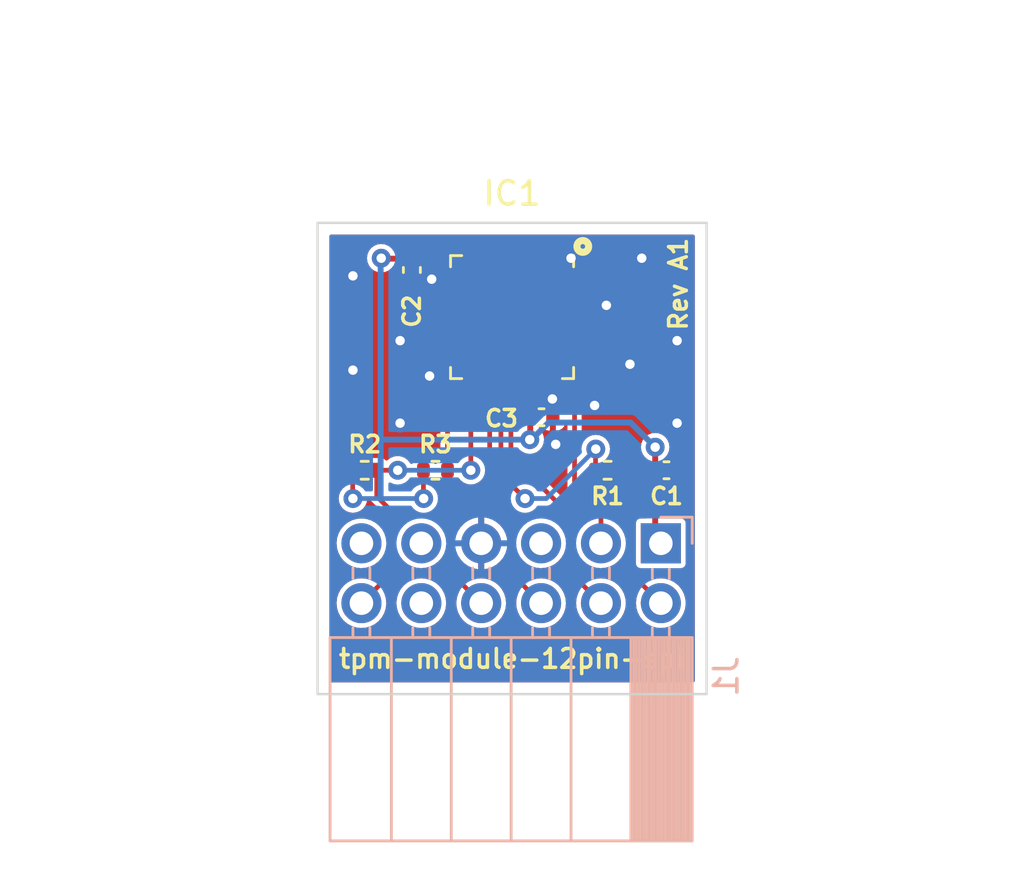
<source format=kicad_pcb>
(kicad_pcb (version 20221018) (generator pcbnew)
  (layers (0 "F.Cu" signal) (31 "B.Cu" signal) (34 "B.Paste" user) (35 "F.Paste" user) (36 "B.SilkS" user "B.Silkscreen") (37 "F.SilkS" user "F.Silkscreen") (38 "B.Mask" user) (39 "F.Mask" user) (44 "Edge.Cuts" user))
  (net 0 "")
  (net 1 "VDD")
  (net 2 "GND")
  (net 5 "RESET")
  (net 6 "IRQ")
  (net 7 "SPI_CLK")
  (net 8 "SPI_CS")
  (net 9 "SPI_MOSI")
  (net 10 "SPI_MISO")
  (footprint "Capacitor_SMD:C_0402_1005Metric" (layer "F.Cu") (at 110 67.5 -90)
    (fp_text reference "C2" (at 1.75 0 90) (layer "F.SilkS") (effects (font (size 0.7 0.7))))
    (fp_text value "100n")
    (fp_line (start -0.107836 -0.36) (end 0.107836 -0.36) (stroke (width 0.12)) (layer "F.SilkS"))
    (fp_line (start -0.107836 0.36) (end 0.107836 0.36) (stroke (width 0.12)) (layer "F.SilkS"))
    (pad "1" smd roundrect (at -0.48 0 270) (size 0.56 0.62) (layers "F.Cu" "F.Paste" "F.Mask") (net 1 "VDD"))
    (pad "2" smd roundrect (at 0.48 0 270) (size 0.56 0.62) (layers "F.Cu" "F.Paste" "F.Mask") (net 2 "GND"))
  )
  (footprint "Package_DFN_QFN:QFN-32-1EP_5x5mm_P0.5mm_EP3.1x3.1mm" (layer "F.Cu") (at 114.25 69.5 -90)
    (fp_text reference "IC1" (at -5.25 0 180) (layer "F.SilkS"))
    (fp_text value "Infineon-SLB9670")
    (fp_line (start -2.61 2.61) (end -2.61 2.135) (stroke (width 0.12)) (layer "F.SilkS"))
    (fp_line (start -2.135 -2.61) (end -2.61 -2.61) (stroke (width 0.12)) (layer "F.SilkS"))
    (fp_line (start -2.135 2.61) (end -2.61 2.61) (stroke (width 0.12)) (layer "F.SilkS"))
    (fp_line (start 2.135 -2.61) (end 2.61 -2.61) (stroke (width 0.12)) (layer "F.SilkS"))
    (fp_line (start 2.135 2.61) (end 2.61 2.61) (stroke (width 0.12)) (layer "F.SilkS"))
    (fp_line (start 2.61 -2.61) (end 2.61 -2.135) (stroke (width 0.12)) (layer "F.SilkS"))
    (fp_line (start 2.61 2.61) (end 2.61 2.135) (stroke (width 0.12)) (layer "F.SilkS"))
    (pad "1" smd roundrect (at -2.4375 -1.75 270) (size 0.875 0.25) (layers "F.Cu" "F.Paste" "F.Mask"))
    (pad "2" smd roundrect (at -2.4375 -1.25 270) (size 0.875 0.25) (layers "F.Cu" "F.Paste" "F.Mask") (net 2 "GND"))
    (pad "3" smd roundrect (at -2.4375 -0.75 270) (size 0.875 0.25) (layers "F.Cu" "F.Paste" "F.Mask"))
    (pad "4" smd roundrect (at -2.4375 -0.25 270) (size 0.875 0.25) (layers "F.Cu" "F.Paste" "F.Mask"))
    (pad "5" smd roundrect (at -2.4375 0.25 270) (size 0.875 0.25) (layers "F.Cu" "F.Paste" "F.Mask"))
    (pad "6" smd roundrect (at -2.4375 0.75 270) (size 0.875 0.25) (layers "F.Cu" "F.Paste" "F.Mask"))
    (pad "7" smd roundrect (at -2.4375 1.25 270) (size 0.875 0.25) (layers "F.Cu" "F.Paste" "F.Mask"))
    (pad "8" smd roundrect (at -2.4375 1.75 270) (size 0.875 0.25) (layers "F.Cu" "F.Paste" "F.Mask") (net 1 "VDD"))
    (pad "9" smd roundrect (at -1.75 2.4375 270) (size 0.25 0.875) (layers "F.Cu" "F.Paste" "F.Mask") (net 2 "GND"))
    (pad "10" smd roundrect (at -1.25 2.4375 270) (size 0.25 0.875) (layers "F.Cu" "F.Paste" "F.Mask"))
    (pad "11" smd roundrect (at -0.75 2.4375 270) (size 0.25 0.875) (layers "F.Cu" "F.Paste" "F.Mask"))
    (pad "12" smd roundrect (at -0.25 2.4375 270) (size 0.25 0.875) (layers "F.Cu" "F.Paste" "F.Mask"))
    (pad "13" smd roundrect (at 0.25 2.4375 270) (size 0.25 0.875) (layers "F.Cu" "F.Paste" "F.Mask"))
    (pad "14" smd roundrect (at 0.75 2.4375 270) (size 0.25 0.875) (layers "F.Cu" "F.Paste" "F.Mask"))
    (pad "15" smd roundrect (at 1.25 2.4375 270) (size 0.25 0.875) (layers "F.Cu" "F.Paste" "F.Mask"))
    (pad "16" smd roundrect (at 1.75 2.4375 270) (size 0.25 0.875) (layers "F.Cu" "F.Paste" "F.Mask"))
    (pad "17" smd roundrect (at 2.4375 1.75 270) (size 0.875 0.25) (layers "F.Cu" "F.Paste" "F.Mask") (net 5 "RESET"))
    (pad "18" smd roundrect (at 2.4375 1.25 270) (size 0.875 0.25) (layers "F.Cu" "F.Paste" "F.Mask") (net 6 "IRQ"))
    (pad "19" smd roundrect (at 2.4375 0.75 270) (size 0.875 0.25) (layers "F.Cu" "F.Paste" "F.Mask") (net 7 "SPI_CLK"))
    (pad "20" smd roundrect (at 2.4375 0.25 270) (size 0.875 0.25) (layers "F.Cu" "F.Paste" "F.Mask") (net 8 "SPI_CS"))
    (pad "21" smd roundrect (at 2.4375 -0.25 270) (size 0.875 0.25) (layers "F.Cu" "F.Paste" "F.Mask") (net 9 "SPI_MOSI"))
    (pad "22" smd roundrect (at 2.4375 -0.75 270) (size 0.875 0.25) (layers "F.Cu" "F.Paste" "F.Mask") (net 1 "VDD"))
    (pad "23" smd roundrect (at 2.4375 -1.25 270) (size 0.875 0.25) (layers "F.Cu" "F.Paste" "F.Mask") (net 2 "GND"))
    (pad "24" smd roundrect (at 2.4375 -1.75 270) (size 0.875 0.25) (layers "F.Cu" "F.Paste" "F.Mask") (net 10 "SPI_MISO"))
    (pad "25" smd roundrect (at 1.75 -2.4375 270) (size 0.25 0.875) (layers "F.Cu" "F.Paste" "F.Mask"))
    (pad "26" smd roundrect (at 1.25 -2.4375 270) (size 0.25 0.875) (layers "F.Cu" "F.Paste" "F.Mask"))
    (pad "27" smd roundrect (at 0.75 -2.4375 270) (size 0.25 0.875) (layers "F.Cu" "F.Paste" "F.Mask"))
    (pad "28" smd roundrect (at 0.25 -2.4375 270) (size 0.25 0.875) (layers "F.Cu" "F.Paste" "F.Mask"))
    (pad "29" smd roundrect (at -0.25 -2.4375 270) (size 0.25 0.875) (layers "F.Cu" "F.Paste" "F.Mask"))
    (pad "30" smd roundrect (at -0.75 -2.4375 270) (size 0.25 0.875) (layers "F.Cu" "F.Paste" "F.Mask"))
    (pad "31" smd roundrect (at -1.25 -2.4375 270) (size 0.25 0.875) (layers "F.Cu" "F.Paste" "F.Mask"))
    (pad "32" smd roundrect (at -1.75 -2.4375 270) (size 0.25 0.875) (layers "F.Cu" "F.Paste" "F.Mask") (net 2 "GND"))
    (pad "33" smd rect (at 0 0 270) (size 3.1 3.1) (layers "F.Cu" "F.Mask"))
  )
  (footprint "Capacitor_SMD:C_0402_1005Metric" (layer "F.Cu") (at 120.8 76)
    (fp_text reference "C1" (at 0 1.1) (layer "F.SilkS") (effects (font (size 0.7 0.7))))
    (fp_text value "4u7")
    (fp_line (start -0.107836 -0.36) (end 0.107836 -0.36) (stroke (width 0.12)) (layer "F.SilkS"))
    (fp_line (start -0.107836 0.36) (end 0.107836 0.36) (stroke (width 0.12)) (layer "F.SilkS"))
    (pad "1" smd roundrect (at -0.48 0) (size 0.56 0.62) (layers "F.Cu" "F.Paste" "F.Mask") (net 1 "VDD"))
    (pad "2" smd roundrect (at 0.48 0) (size 0.56 0.62) (layers "F.Cu" "F.Paste" "F.Mask") (net 2 "GND"))
  )
  (footprint "Resistor_SMD:R_0402_1005Metric" (layer "F.Cu") (at 108 76)
    (fp_text reference "R2" (at 0 -1.1) (layer "F.SilkS") (effects (font (size 0.7 0.7))))
    (fp_text value "10k")
    (fp_line (start -0.153641 -0.38) (end 0.153641 -0.38) (stroke (width 0.12)) (layer "F.SilkS"))
    (fp_line (start -0.153641 0.38) (end 0.153641 0.38) (stroke (width 0.12)) (layer "F.SilkS"))
    (pad "1" smd roundrect (at -0.51 0) (size 0.54 0.64) (layers "F.Cu" "F.Paste" "F.Mask") (net 1 "VDD"))
    (pad "2" smd roundrect (at 0.51 0) (size 0.54 0.64) (layers "F.Cu" "F.Paste" "F.Mask") (net 6 "IRQ"))
  )
  (footprint "Resistor_SMD:R_0402_1005Metric" (layer "F.Cu") (at 118.3 76 180)
    (fp_text reference "R1" (at 0 -1.1) (layer "F.SilkS") (effects (font (size 0.7 0.7))))
    (fp_text value "10k")
    (fp_line (start -0.153641 -0.38) (end 0.153641 -0.38) (stroke (width 0.12)) (layer "F.SilkS"))
    (fp_line (start -0.153641 0.38) (end 0.153641 0.38) (stroke (width 0.12)) (layer "F.SilkS"))
    (pad "1" smd roundrect (at -0.51 0 180) (size 0.54 0.64) (layers "F.Cu" "F.Paste" "F.Mask") (net 1 "VDD"))
    (pad "2" smd roundrect (at 0.51 0 180) (size 0.54 0.64) (layers "F.Cu" "F.Paste" "F.Mask") (net 8 "SPI_CS"))
  )
  (footprint "Resistor_SMD:R_0402_1005Metric" (layer "F.Cu") (at 111 76)
    (fp_text reference "R3" (at 0 -1.1) (layer "F.SilkS") (effects (font (size 0.7 0.7))))
    (fp_text value "10k")
    (fp_line (start -0.153641 -0.38) (end 0.153641 -0.38) (stroke (width 0.12)) (layer "F.SilkS"))
    (fp_line (start -0.153641 0.38) (end 0.153641 0.38) (stroke (width 0.12)) (layer "F.SilkS"))
    (pad "1" smd roundrect (at -0.51 0) (size 0.54 0.64) (layers "F.Cu" "F.Paste" "F.Mask") (net 1 "VDD"))
    (pad "2" smd roundrect (at 0.51 0) (size 0.54 0.64) (layers "F.Cu" "F.Paste" "F.Mask") (net 5 "RESET"))
  )
  (footprint "Capacitor_SMD:C_0402_1005Metric" (layer "F.Cu") (at 115.5 73.75)
    (fp_text reference "C3" (at -1.7 0.05) (layer "F.SilkS") (effects (font (size 0.7 0.7))))
    (fp_text value "100n")
    (fp_line (start -0.107836 -0.36) (end 0.107836 -0.36) (stroke (width 0.12)) (layer "F.SilkS"))
    (fp_line (start -0.107836 0.36) (end 0.107836 0.36) (stroke (width 0.12)) (layer "F.SilkS"))
    (pad "1" smd roundrect (at -0.48 0) (size 0.56 0.62) (layers "F.Cu" "F.Paste" "F.Mask") (net 1 "VDD"))
    (pad "2" smd roundrect (at 0.48 0) (size 0.56 0.62) (layers "F.Cu" "F.Paste" "F.Mask") (net 2 "GND"))
  )
  (footprint "Connector_PinSocket_2.54mm:PinSocket_2x06_P2.54mm_Horizontal" (layer "B.Cu") (at 120.56 79.1 90)
    (fp_text reference "J1" (at -5.65 2.77 90) (layer "B.SilkS") (effects (justify mirror)))
    (fp_text value "Conn_02x06_Odd_Even")
    (fp_line (start -12.63 -14.03) (end -4 -14.03) (stroke (width 0.12)) (layer "B.SilkS"))
    (fp_line (start -12.63 -11.43) (end -4 -11.43) (stroke (width 0.12)) (layer "B.SilkS"))
    (fp_line (start -12.63 -8.89) (end -4 -8.89) (stroke (width 0.12)) (layer "B.SilkS"))
    (fp_line (start -12.63 -6.35) (end -4 -6.35) (stroke (width 0.12)) (layer "B.SilkS"))
    (fp_line (start -12.63 -3.81) (end -4 -3.81) (stroke (width 0.12)) (layer "B.SilkS"))
    (fp_line (start -12.63 -1.27) (end -4 -1.27) (stroke (width 0.12)) (layer "B.SilkS"))
    (fp_line (start -12.63 -1.1519) (end -4 -1.1519) (stroke (width 0.12)) (layer "B.SilkS"))
    (fp_line (start -12.63 -1.033805) (end -4 -1.033805) (stroke (width 0.12)) (layer "B.SilkS"))
    (fp_line (start -12.63 -0.91571) (end -4 -0.91571) (stroke (width 0.12)) (layer "B.SilkS"))
    (fp_line (start -12.63 -0.797615) (end -4 -0.797615) (stroke (width 0.12)) (layer "B.SilkS"))
    (fp_line (start -12.63 -0.67952) (end -4 -0.67952) (stroke (width 0.12)) (layer "B.SilkS"))
    (fp_line (start -12.63 -0.561425) (end -4 -0.561425) (stroke (width 0.12)) (layer "B.SilkS"))
    (fp_line (start -12.63 -0.44333) (end -4 -0.44333) (stroke (width 0.12)) (layer "B.SilkS"))
    (fp_line (start -12.63 -0.325235) (end -4 -0.325235) (stroke (width 0.12)) (layer "B.SilkS"))
    (fp_line (start -12.63 -0.20714) (end -4 -0.20714) (stroke (width 0.12)) (layer "B.SilkS"))
    (fp_line (start -12.63 -0.089045) (end -4 -0.089045) (stroke (width 0.12)) (layer "B.SilkS"))
    (fp_line (start -12.63 0.02905) (end -4 0.02905) (stroke (width 0.12)) (layer "B.SilkS"))
    (fp_line (start -12.63 0.147145) (end -4 0.147145) (stroke (width 0.12)) (layer "B.SilkS"))
    (fp_line (start -12.63 0.26524) (end -4 0.26524) (stroke (width 0.12)) (layer "B.SilkS"))
    (fp_line (start -12.63 0.383335) (end -4 0.383335) (stroke (width 0.12)) (layer "B.SilkS"))
    (fp_line (start -12.63 0.50143) (end -4 0.50143) (stroke (width 0.12)) (layer "B.SilkS"))
    (fp_line (start -12.63 0.619525) (end -4 0.619525) (stroke (width 0.12)) (layer "B.SilkS"))
    (fp_line (start -12.63 0.73762) (end -4 0.73762) (stroke (width 0.12)) (layer "B.SilkS"))
    (fp_line (start -12.63 0.855715) (end -4 0.855715) (stroke (width 0.12)) (layer "B.SilkS"))
    (fp_line (start -12.63 0.97381) (end -4 0.97381) (stroke (width 0.12)) (layer "B.SilkS"))
    (fp_line (start -12.63 1.091905) (end -4 1.091905) (stroke (width 0.12)) (layer "B.SilkS"))
    (fp_line (start -12.63 1.21) (end -4 1.21) (stroke (width 0.12)) (layer "B.SilkS"))
    (fp_line (start -12.63 1.33) (end -12.63 -14.03) (stroke (width 0.12)) (layer "B.SilkS"))
    (fp_line (start -12.63 1.33) (end -4 1.33) (stroke (width 0.12)) (layer "B.SilkS"))
    (fp_line (start -4 -13.06) (end -3.59 -13.06) (stroke (width 0.12)) (layer "B.SilkS"))
    (fp_line (start -4 -12.34) (end -3.59 -12.34) (stroke (width 0.12)) (layer "B.SilkS"))
    (fp_line (start -4 -10.52) (end -3.59 -10.52) (stroke (width 0.12)) (layer "B.SilkS"))
    (fp_line (start -4 -9.8) (end -3.59 -9.8) (stroke (width 0.12)) (layer "B.SilkS"))
    (fp_line (start -4 -7.98) (end -3.59 -7.98) (stroke (width 0.12)) (layer "B.SilkS"))
    (fp_line (start -4 -7.26) (end -3.59 -7.26) (stroke (width 0.12)) (layer "B.SilkS"))
    (fp_line (start -4 -5.44) (end -3.59 -5.44) (stroke (width 0.12)) (layer "B.SilkS"))
    (fp_line (start -4 -4.72) (end -3.59 -4.72) (stroke (width 0.12)) (layer "B.SilkS"))
    (fp_line (start -4 -2.9) (end -3.59 -2.9) (stroke (width 0.12)) (layer "B.SilkS"))
    (fp_line (start -4 -2.18) (end -3.59 -2.18) (stroke (width 0.12)) (layer "B.SilkS"))
    (fp_line (start -4 -0.36) (end -3.59 -0.36) (stroke (width 0.12)) (layer "B.SilkS"))
    (fp_line (start -4 0.36) (end -3.59 0.36) (stroke (width 0.12)) (layer "B.SilkS"))
    (fp_line (start -4 1.33) (end -4 -14.03) (stroke (width 0.12)) (layer "B.SilkS"))
    (fp_line (start -1.49 -13.06) (end -1.05 -13.06) (stroke (width 0.12)) (layer "B.SilkS"))
    (fp_line (start -1.49 -12.34) (end -1.05 -12.34) (stroke (width 0.12)) (layer "B.SilkS"))
    (fp_line (start -1.49 -10.52) (end -1.05 -10.52) (stroke (width 0.12)) (layer "B.SilkS"))
    (fp_line (start -1.49 -9.8) (end -1.05 -9.8) (stroke (width 0.12)) (layer "B.SilkS"))
    (fp_line (start -1.49 -7.98) (end -1.05 -7.98) (stroke (width 0.12)) (layer "B.SilkS"))
    (fp_line (start -1.49 -7.26) (end -1.05 -7.26) (stroke (width 0.12)) (layer "B.SilkS"))
    (fp_line (start -1.49 -5.44) (end -1.05 -5.44) (stroke (width 0.12)) (layer "B.SilkS"))
    (fp_line (start -1.49 -4.72) (end -1.05 -4.72) (stroke (width 0.12)) (layer "B.SilkS"))
    (fp_line (start -1.49 -2.9) (end -1.05 -2.9) (stroke (width 0.12)) (layer "B.SilkS"))
    (fp_line (start -1.49 -2.18) (end -1.05 -2.18) (stroke (width 0.12)) (layer "B.SilkS"))
    (fp_line (start -1.49 -0.36) (end -1.11 -0.36) (stroke (width 0.12)) (layer "B.SilkS"))
    (fp_line (start -1.49 0.36) (end -1.11 0.36) (stroke (width 0.12)) (layer "B.SilkS"))
    (fp_line (start 0 1.33) (end 1.11 1.33) (stroke (width 0.12)) (layer "B.SilkS"))
    (fp_line (start 1.11 1.33) (end 1.11 0) (stroke (width 0.12)) (layer "B.SilkS"))
    (pad "1" thru_hole rect (at 0 0 90) (size 1.7 1.7) (drill 1) (layers "*.Cu" "*.Mask") (net 1 "VDD"))
    (pad "2" thru_hole oval (at -2.54 0 90) (size 1.7 1.7) (drill 1) (layers "*.Cu" "*.Mask") (net 8 "SPI_CS"))
    (pad "3" thru_hole oval (at 0 -2.54 90) (size 1.7 1.7) (drill 1) (layers "*.Cu" "*.Mask") (net 10 "SPI_MISO"))
    (pad "4" thru_hole oval (at -2.54 -2.54 90) (size 1.7 1.7) (drill 1) (layers "*.Cu" "*.Mask") (net 9 "SPI_MOSI"))
    (pad "5" thru_hole oval (at 0 -5.08 90) (size 1.7 1.7) (drill 1) (layers "*.Cu" "*.Mask"))
    (pad "6" thru_hole oval (at -2.54 -5.08 90) (size 1.7 1.7) (drill 1) (layers "*.Cu" "*.Mask") (net 7 "SPI_CLK"))
    (pad "7" thru_hole oval (at 0 -7.62 90) (size 1.7 1.7) (drill 1) (layers "*.Cu" "*.Mask") (net 2 "GND"))
    (pad "8" thru_hole oval (at -2.54 -7.62 90) (size 1.7 1.7) (drill 1) (layers "*.Cu" "*.Mask") (net 5 "RESET"))
    (pad "9" thru_hole oval (at 0 -10.16 90) (size 1.7 1.7) (drill 1) (layers "*.Cu" "*.Mask"))
    (pad "10" thru_hole oval (at -2.54 -10.16 90) (size 1.7 1.7) (drill 1) (layers "*.Cu" "*.Mask"))
    (pad "11" thru_hole oval (at 0 -12.7 90) (size 1.7 1.7) (drill 1) (layers "*.Cu" "*.Mask"))
    (pad "12" thru_hole oval (at -2.54 -12.7 90) (size 1.7 1.7) (drill 1) (layers "*.Cu" "*.Mask") (net 6 "IRQ"))
  )
  (gr_circle (center 117.25 66.5) (end 117.35 66.5) (stroke (width 0.3)) (fill none) (layer "F.SilkS"))
  (gr_line (start 122.5 85.5) (end 122.5 65.5) (stroke (width 0.1)) (layer "Edge.Cuts"))
  (gr_line (start 122.5 85.5) (end 106 85.5) (stroke (width 0.1)) (layer "Edge.Cuts"))
  (gr_line (start 122.5 65.5) (end 106 65.5) (stroke (width 0.1)) (layer "Edge.Cuts"))
  (gr_line (start 106 85.5) (end 106 65.5) (stroke (width 0.1)) (layer "Edge.Cuts"))
  (gr_text "tpm-module-12pin-spi" (at 114.25 84) (layer "F.SilkS") (effects (font (size 0.8 0.8))))
  (gr_text "Rev A1" (at 121.3 68.1 90) (layer "F.SilkS") (effects (font (size 0.75 0.75))))
  (segment (start 112.4575 67.02) (end 112.5 67.0625) (width 0.25) (layer "F.Cu") (net 1))
  (segment (start 110.49 76) (end 110.49 77.19) (width 0.2) (layer "F.Cu") (net 1))
  (segment (start 120.32 78.86) (end 120.56 79.1) (width 0.25) (layer "F.Cu") (net 1))
  (segment (start 120.32 75.02) (end 120.3 75) (width 0.25) (layer "F.Cu") (net 1))
  (segment (start 120.32 76) (end 120.32 78.86) (width 0.25) (layer "F.Cu") (net 1))
  (segment (start 107.49 76) (end 107.49 77.19) (width 0.2) (layer "F.Cu") (net 1))
  (segment (start 110.49 77.19) (end 110.5 77.2) (width 0.2) (layer "F.Cu") (net 1))
  (segment (start 108.72 67.02) (end 110 67.02) (width 0.25) (layer "F.Cu") (net 1))
  (segment (start 110 67.02) (end 112.4575 67.02) (width 0.25) (layer "F.Cu") (net 1))
  (segment (start 115.02 73.75) (end 115.02 74.68) (width 0.25) (layer "F.Cu") (net 1))
  (segment (start 115 73.73) (end 115.02 73.75) (width 0.25) (layer "F.Cu") (net 1))
  (segment (start 107.49 77.19) (end 107.5 77.2) (width 0.2) (layer "F.Cu") (net 1))
  (segment (start 115.02 74.68) (end 115 74.7) (width 0.25) (layer "F.Cu") (net 1))
  (segment (start 115 71.9375) (end 115 73.73) (width 0.25) (layer "F.Cu") (net 1))
  (segment (start 108.7 67) (end 108.72 67.02) (width 0.25) (layer "F.Cu") (net 1))
  (segment (start 120.32 76) (end 120.32 75.02) (width 0.25) (layer "F.Cu") (net 1))
  (via (at 108.7 67) (size 0.8) (drill 0.4) (layers "F.Cu" "B.Cu") (net 1))
  (via (at 120.32 75.02) (size 0.8) (drill 0.4) (layers "F.Cu" "B.Cu") (net 1))
  (via (at 107.5 77.2) (size 0.8) (drill 0.4) (layers "F.Cu" "B.Cu") (net 1))
  (via (at 115 74.7) (size 0.8) (drill 0.4) (layers "F.Cu" "B.Cu") (net 1))
  (via (at 110.5 77.2) (size 0.8) (drill 0.4) (layers "F.Cu" "B.Cu") (net 1))
  (segment (start 115.799897 73.975489) (end 119.275489 73.975489) (width 0.25) (layer "B.Cu") (net 1))
  (segment (start 108.7 77.2) (end 107.5 77.2) (width 0.2) (layer "B.Cu") (net 1))
  (segment (start 115.075386 74.7) (end 115.799897 73.975489) (width 0.25) (layer "B.Cu") (net 1))
  (segment (start 119.275489 73.975489) (end 120.32 75.02) (width 0.25) (layer "B.Cu") (net 1))
  (segment (start 108.675489 67.024511) (end 108.675489 74.624511) (width 0.25) (layer "B.Cu") (net 1))
  (segment (start 108.675489 77.175489) (end 108.7 77.2) (width 0.25) (layer "B.Cu") (net 1))
  (segment (start 108.750978 74.7) (end 108.675489 74.624511) (width 0.25) (layer "B.Cu") (net 1))
  (segment (start 108.7 67) (end 108.675489 67.024511) (width 0.25) (layer "B.Cu") (net 1))
  (segment (start 110.5 77.2) (end 108.7 77.2) (width 0.2) (layer "B.Cu") (net 1))
  (segment (start 115 74.7) (end 115.075386 74.7) (width 0.25) (layer "B.Cu") (net 1))
  (segment (start 108.675489 74.624511) (end 108.675489 77.175489) (width 0.25) (layer "B.Cu") (net 1))
  (segment (start 115 74.7) (end 108.750978 74.7) (width 0.25) (layer "B.Cu") (net 1))
  (via (at 121.25 70.5) (size 0.8) (drill 0.4) (layers "F.Cu" "B.Cu") (net 2))
  (via (at 116.1 74.9) (size 0.8) (drill 0.4) (layers "F.Cu" "B.Cu") (net 2))
  (via (at 116.75 67) (size 0.8) (drill 0.4) (layers "F.Cu" "B.Cu") (net 2))
  (via (at 121.25 74) (size 0.8) (drill 0.4) (layers "F.Cu" "B.Cu") (net 2))
  (via (at 115.960303 72.9745) (size 0.8) (drill 0.4) (layers "F.Cu" "B.Cu") (net 2))
  (via (at 119.75 67) (size 0.8) (drill 0.4) (layers "F.Cu" "B.Cu") (net 2))
  (via (at 119.25 71.5) (size 0.8) (drill 0.4) (layers "F.Cu" "B.Cu") (net 2))
  (via (at 110.840419 67.890604) (size 0.8) (drill 0.4) (layers "F.Cu" "B.Cu") (net 2))
  (via (at 107.5 67.75) (size 0.8) (drill 0.4) (layers "F.Cu" "B.Cu") (net 2))
  (via (at 107.5 71.75) (size 0.8) (drill 0.4) (layers "F.Cu" "B.Cu") (net 2))
  (via (at 117.75 73.25) (size 0.8) (drill 0.4) (layers "F.Cu" "B.Cu") (net 2))
  (via (at 109.5 74) (size 0.8) (drill 0.4) (layers "F.Cu" "B.Cu") (net 2))
  (via (at 109.5 70.5) (size 0.8) (drill 0.4) (layers "F.Cu" "B.Cu") (net 2))
  (via (at 110.75 72) (size 0.8) (drill 0.4) (layers "F.Cu" "B.Cu") (net 2))
  (via (at 118.25 69) (size 0.8) (drill 0.4) (layers "F.Cu" "B.Cu") (net 2))
  (segment (start 111.574511 80.274511) (end 111.574511 76.064511) (width 0.2) (layer "F.Cu") (net 5))
  (segment (start 112.94 81.64) (end 111.574511 80.274511) (width 0.2) (layer "F.Cu") (net 5))
  (segment (start 112.5 72.5) (end 111.51 73.49) (width 0.2) (layer "F.Cu") (net 5))
  (segment (start 111.51 73.49) (end 111.51 76) (width 0.2) (layer "F.Cu") (net 5))
  (segment (start 111.574511 76.064511) (end 111.51 76) (width 0.25) (layer "F.Cu") (net 5))
  (segment (start 112.5 71.9375) (end 112.5 72.5) (width 0.2) (layer "F.Cu") (net 5))
  (segment (start 108.51 77.11) (end 108.51 76) (width 0.2) (layer "F.Cu") (net 6))
  (segment (start 107.86 81.64) (end 109.1 80.4) (width 0.2) (layer "F.Cu") (net 6))
  (segment (start 108.51 76) (end 109.4 76) (width 0.2) (layer "F.Cu") (net 6))
  (segment (start 109.1 80.4) (end 109.1 77.7) (width 0.2) (layer "F.Cu") (net 6))
  (segment (start 109.1 77.7) (end 108.51 77.11) (width 0.2) (layer "F.Cu") (net 6))
  (segment (start 113 72.769626) (end 112.5 73.269626) (width 0.2) (layer "F.Cu") (net 6))
  (segment (start 112.5 73.269626) (end 112.5 76) (width 0.2) (layer "F.Cu") (net 6))
  (segment (start 113 71.9375) (end 113 72.769626) (width 0.2) (layer "F.Cu") (net 6))
  (via (at 109.4 76) (size 0.8) (drill 0.4) (layers "F.Cu" "B.Cu") (net 6))
  (via (at 112.5 76) (size 0.8) (drill 0.4) (layers "F.Cu" "B.Cu") (net 6))
  (segment (start 112.5 76) (end 109.4 76) (width 0.2) (layer "B.Cu") (net 6))
  (segment (start 114.2 77.8) (end 114.2 80.36) (width 0.2) (layer "F.Cu") (net 7))
  (segment (start 113.5 72.834632) (end 113.3 73.034632) (width 0.2) (layer "F.Cu") (net 7))
  (segment (start 114.2 80.36) (end 115.48 81.64) (width 0.2) (layer "F.Cu") (net 7))
  (segment (start 113.3 73.034632) (end 113.3 76.9) (width 0.2) (layer "F.Cu") (net 7))
  (segment (start 113.5 71.9375) (end 113.5 72.834632) (width 0.2) (layer "F.Cu") (net 7))
  (segment (start 113.3 76.9) (end 114.2 77.8) (width 0.2) (layer "F.Cu") (net 7))
  (segment (start 117.79 76) (end 117.79 75.11) (width 0.2) (layer "F.Cu") (net 8))
  (segment (start 117.79 76.59) (end 117.79 76) (width 0.2) (layer "F.Cu") (net 8))
  (segment (start 113.77548 76.17548) (end 113.77548 73.124159) (width 0.2) (layer "F.Cu") (net 8))
  (segment (start 119.3 78.1) (end 117.79 76.59) (width 0.2) (layer "F.Cu") (net 8))
  (segment (start 113.77548 73.124159) (end 114 72.899638) (width 0.2) (layer "F.Cu") (net 8))
  (segment (start 117.79 75.11) (end 117.8 75.1) (width 0.2) (layer "F.Cu") (net 8))
  (segment (start 114.8 77.2) (end 113.77548 76.17548) (width 0.2) (layer "F.Cu") (net 8))
  (segment (start 119.3 80.38) (end 119.3 78.1) (width 0.2) (layer "F.Cu") (net 8))
  (segment (start 120.56 81.64) (end 119.3 80.38) (width 0.2) (layer "F.Cu") (net 8))
  (segment (start 114 72.899638) (end 114 71.9375) (width 0.2) (layer "F.Cu") (net 8))
  (via (at 114.8 77.2) (size 0.8) (drill 0.4) (layers "F.Cu" "B.Cu") (net 8))
  (via (at 117.8 75.1) (size 0.8) (drill 0.4) (layers "F.Cu" "B.Cu") (net 8))
  (segment (start 115.7 77.2) (end 117.8 75.1) (width 0.2) (layer "B.Cu") (net 8))
  (segment (start 114.8 77.2) (end 115.7 77.2) (width 0.2) (layer "B.Cu") (net 8))
  (segment (start 114.5 73) (end 114.5 71.9375) (width 0.2) (layer "F.Cu") (net 9))
  (segment (start 114.2 75.4) (end 114.2 73.3) (width 0.2) (layer "F.Cu") (net 9))
  (segment (start 118.02 81.64) (end 116.8 80.42) (width 0.2) (layer "F.Cu") (net 9))
  (segment (start 116.8 80.42) (end 116.8 78) (width 0.2) (layer "F.Cu") (net 9))
  (segment (start 114.2 73.3) (end 114.5 73) (width 0.2) (layer "F.Cu") (net 9))
  (segment (start 116.8 78) (end 114.2 75.4) (width 0.2) (layer "F.Cu") (net 9))
  (segment (start 116.4375 71.9375) (end 116 71.9375) (width 0.2) (layer "F.Cu") (net 10))
  (segment (start 116.9 72.4) (end 116.4375 71.9375) (width 0.2) (layer "F.Cu") (net 10))
  (segment (start 118.02 79.1) (end 118.02 77.92) (width 0.2) (layer "F.Cu") (net 10))
  (segment (start 116.9 76.8) (end 116.9 72.4) (width 0.2) (layer "F.Cu") (net 10))
  (segment (start 118.02 77.92) (end 116.9 76.8) (width 0.2) (layer "F.Cu") (net 10))
  (zone (net 2) (net_name "GND") (layers "F&B.Cu") (connect_pads (clearance 0.127)) (min_thickness 0.127) (fill yes (thermal_gap 0.254) (thermal_bridge_width 0.254))
    (polygon (pts (xy 122 85) (xy 106.5 85) (xy 106.5 66) (xy 122 66)))
  )
)
</source>
